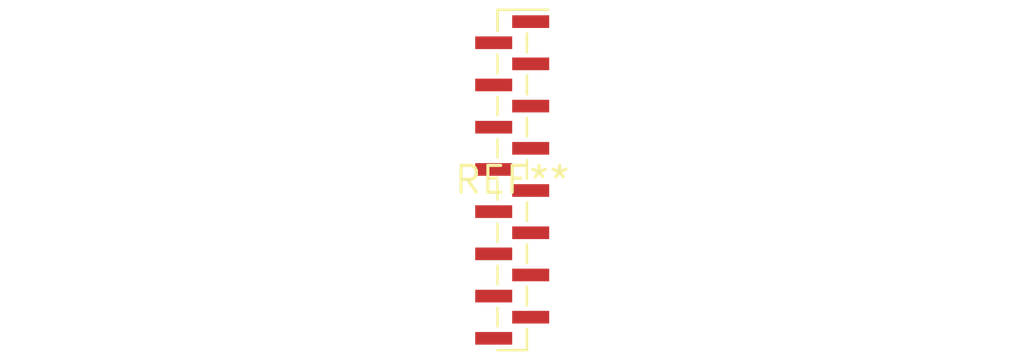
<source format=kicad_pcb>
(kicad_pcb (version 20240108) (generator pcbnew)
  (layers (0 "F.Cu" signal) (31 "B.Cu" signal) (34 "B.Paste" user) (35 "F.Paste" user) (36 "B.SilkS" user "B.Silkscreen") (37 "F.SilkS" user "F.Silkscreen") (38 "B.Mask" user) (39 "F.Mask" user) (44 "Edge.Cuts" user))
  (net 0 "")
  (footprint "PinHeader_1x16_P1.00mm_Vertical_SMD_Pin1Right" (layer "F.Cu") (at 0 0)
    (property "Reference" "REF**")
    (property "Value" "PinHeader_1x16_P1.00mm_Vertical_SMD_Pin1Right")
    (fp_line (start -0.695 -8.06) (end -0.695 -7.06) (layer "F.SilkS") (stroke (width 0.12)))
    (fp_line (start -0.695 -8.06) (end 0.695 -8.06) (layer "F.SilkS") (stroke (width 0.12)))
    (fp_line (start -0.695 -7.94) (end -0.695 -7.06) (layer "F.SilkS") (stroke (width 0.12)))
    (fp_line (start -0.695 -5.94) (end -0.695 -5.06) (layer "F.SilkS") (stroke (width 0.12)))
    (fp_line (start -0.695 -3.94) (end -0.695 -3.06) (layer "F.SilkS") (stroke (width 0.12)))
    (fp_line (start -0.695 -1.94) (end -0.695 -1.06) (layer "F.SilkS") (stroke (width 0.12)))
    (fp_line (start -0.695 0.06) (end -0.695 0.94) (layer "F.SilkS") (stroke (width 0.12)))
    (fp_line (start -0.695 2.06) (end -0.695 2.94) (layer "F.SilkS") (stroke (width 0.12)))
    (fp_line (start -0.695 4.06) (end -0.695 4.94) (layer "F.SilkS") (stroke (width 0.12)))
    (fp_line (start -0.695 6.06) (end -0.695 6.94) (layer "F.SilkS") (stroke (width 0.12)))
    (fp_line (start -0.695 8.06) (end -0.695 8.06) (layer "F.SilkS") (stroke (width 0.12)))
    (fp_line (start -0.695 8.06) (end 0.695 8.06) (layer "F.SilkS") (stroke (width 0.12)))
    (fp_line (start 0.695 -8.06) (end 0.695 -8.06) (layer "F.SilkS") (stroke (width 0.12)))
    (fp_line (start 0.695 -8.06) (end 1.69 -8.06) (layer "F.SilkS") (stroke (width 0.12)))
    (fp_line (start 0.695 -6.94) (end 0.695 -6.06) (layer "F.SilkS") (stroke (width 0.12)))
    (fp_line (start 0.695 -4.94) (end 0.695 -4.06) (layer "F.SilkS") (stroke (width 0.12)))
    (fp_line (start 0.695 -2.94) (end 0.695 -2.06) (layer "F.SilkS") (stroke (width 0.12)))
    (fp_line (start 0.695 -0.94) (end 0.695 -0.06) (layer "F.SilkS") (stroke (width 0.12)))
    (fp_line (start 0.695 1.06) (end 0.695 1.94) (layer "F.SilkS") (stroke (width 0.12)))
    (fp_line (start 0.695 3.06) (end 0.695 3.94) (layer "F.SilkS") (stroke (width 0.12)))
    (fp_line (start 0.695 5.06) (end 0.695 5.94) (layer "F.SilkS") (stroke (width 0.12)))
    (fp_line (start 0.695 7.06) (end 0.695 8.06) (layer "F.SilkS") (stroke (width 0.12)))
    (pad "1" smd rect (at 0.875 -7.5) (size 1.75 0.6) (layers "F.Cu" "F.Paste" "F.Mask"))
    (pad "2" smd rect (at -0.875 -6.5) (size 1.75 0.6) (layers "F.Cu" "F.Paste" "F.Mask"))
    (pad "3" smd rect (at 0.875 -5.5) (size 1.75 0.6) (layers "F.Cu" "F.Paste" "F.Mask"))
    (pad "4" smd rect (at -0.875 -4.5) (size 1.75 0.6) (layers "F.Cu" "F.Paste" "F.Mask"))
    (pad "5" smd rect (at 0.875 -3.5) (size 1.75 0.6) (layers "F.Cu" "F.Paste" "F.Mask"))
    (pad "6" smd rect (at -0.875 -2.5) (size 1.75 0.6) (layers "F.Cu" "F.Paste" "F.Mask"))
    (pad "7" smd rect (at 0.875 -1.5) (size 1.75 0.6) (layers "F.Cu" "F.Paste" "F.Mask"))
    (pad "8" smd rect (at -0.875 -0.5) (size 1.75 0.6) (layers "F.Cu" "F.Paste" "F.Mask"))
    (pad "9" smd rect (at 0.875 0.5) (size 1.75 0.6) (layers "F.Cu" "F.Paste" "F.Mask"))
    (pad "10" smd rect (at -0.875 1.5) (size 1.75 0.6) (layers "F.Cu" "F.Paste" "F.Mask"))
    (pad "11" smd rect (at 0.875 2.5) (size 1.75 0.6) (layers "F.Cu" "F.Paste" "F.Mask"))
    (pad "12" smd rect (at -0.875 3.5) (size 1.75 0.6) (layers "F.Cu" "F.Paste" "F.Mask"))
    (pad "13" smd rect (at 0.875 4.5) (size 1.75 0.6) (layers "F.Cu" "F.Paste" "F.Mask"))
    (pad "14" smd rect (at -0.875 5.5) (size 1.75 0.6) (layers "F.Cu" "F.Paste" "F.Mask"))
    (pad "15" smd rect (at 0.875 6.5) (size 1.75 0.6) (layers "F.Cu" "F.Paste" "F.Mask"))
    (pad "16" smd rect (at -0.875 7.5) (size 1.75 0.6) (layers "F.Cu" "F.Paste" "F.Mask"))
  )
)
</source>
